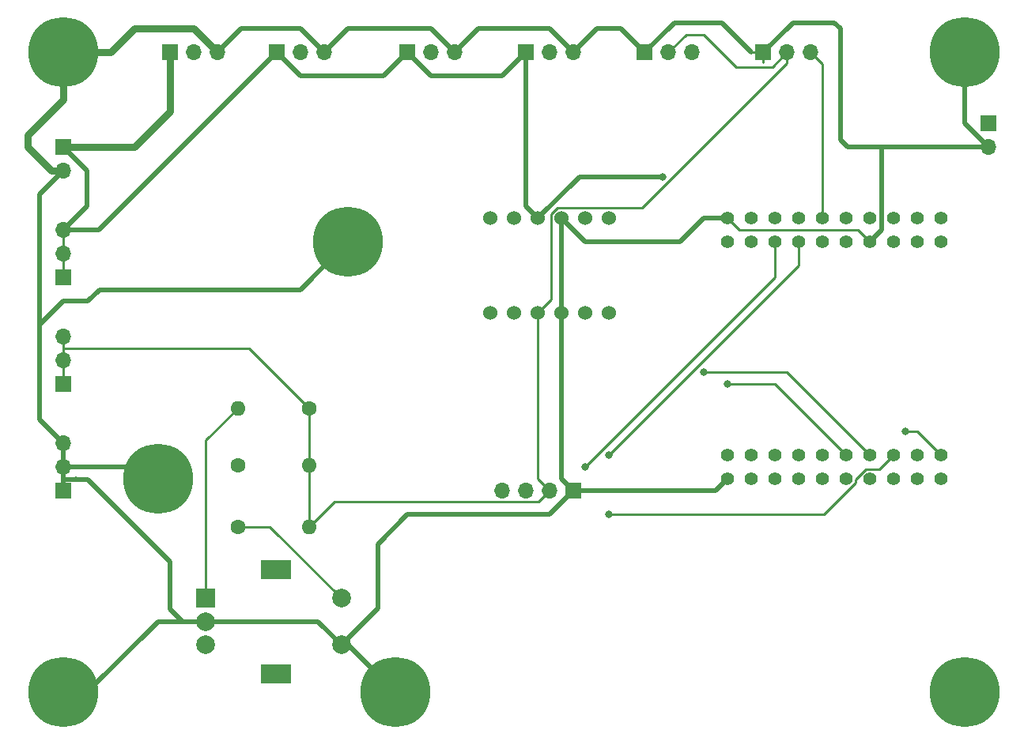
<source format=gbr>
%TF.GenerationSoftware,KiCad,Pcbnew,7.0.6*%
%TF.CreationDate,2025-02-04T21:06:21+01:00*%
%TF.ProjectId,PCB,5043422e-6b69-4636-9164-5f7063625858,rev?*%
%TF.SameCoordinates,Original*%
%TF.FileFunction,Copper,L1,Top*%
%TF.FilePolarity,Positive*%
%FSLAX46Y46*%
G04 Gerber Fmt 4.6, Leading zero omitted, Abs format (unit mm)*
G04 Created by KiCad (PCBNEW 7.0.6) date 2025-02-04 21:06:21*
%MOMM*%
%LPD*%
G01*
G04 APERTURE LIST*
%TA.AperFunction,ComponentPad*%
%ADD10C,7.500000*%
%TD*%
%TA.AperFunction,ComponentPad*%
%ADD11R,1.700000X1.700000*%
%TD*%
%TA.AperFunction,ComponentPad*%
%ADD12O,1.700000X1.700000*%
%TD*%
%TA.AperFunction,ComponentPad*%
%ADD13R,2.000000X2.000000*%
%TD*%
%TA.AperFunction,ComponentPad*%
%ADD14C,2.000000*%
%TD*%
%TA.AperFunction,ComponentPad*%
%ADD15R,3.200000X2.000000*%
%TD*%
%TA.AperFunction,ComponentPad*%
%ADD16C,1.600000*%
%TD*%
%TA.AperFunction,ComponentPad*%
%ADD17O,1.600000X1.600000*%
%TD*%
%TA.AperFunction,ComponentPad*%
%ADD18C,1.400000*%
%TD*%
%TA.AperFunction,ComponentPad*%
%ADD19C,1.524000*%
%TD*%
%TA.AperFunction,ViaPad*%
%ADD20C,0.800000*%
%TD*%
%TA.AperFunction,Conductor*%
%ADD21C,0.750000*%
%TD*%
%TA.AperFunction,Conductor*%
%ADD22C,0.500000*%
%TD*%
%TA.AperFunction,Conductor*%
%ADD23C,0.250000*%
%TD*%
G04 APERTURE END LIST*
D10*
%TO.P,,1*%
%TO.N,GND*%
X119380000Y-111760000D03*
%TD*%
%TO.P,,1*%
%TO.N,GND*%
X139700000Y-86360000D03*
%TD*%
D11*
%TO.P,J6,1,Pin_1*%
%TO.N,5VCC*%
X158750000Y-66040000D03*
D12*
%TO.P,J6,2,Pin_2*%
%TO.N,Net-(J6-Pin_2)*%
X161290000Y-66040000D03*
%TO.P,J6,3,Pin_3*%
%TO.N,GND*%
X163830000Y-66040000D03*
%TD*%
D11*
%TO.P,J5,1,Pin_1*%
%TO.N,5VCC*%
X146050000Y-66040000D03*
D12*
%TO.P,J5,2,Pin_2*%
%TO.N,Net-(J5-Pin_2)*%
X148590000Y-66040000D03*
%TO.P,J5,3,Pin_3*%
%TO.N,GND*%
X151130000Y-66040000D03*
%TD*%
D13*
%TO.P,SW1,A,A*%
%TO.N,Net-(U1-IO_10{slash}SD3)*%
X124460000Y-124540000D03*
D14*
%TO.P,SW1,B,B*%
%TO.N,Net-(U1-IO_13{slash}TCK)*%
X124460000Y-129540000D03*
%TO.P,SW1,C,C*%
%TO.N,GND*%
X124460000Y-127040000D03*
D15*
%TO.P,SW1,MP*%
%TO.N,N/C*%
X131960000Y-121440000D03*
X131960000Y-132640000D03*
D14*
%TO.P,SW1,S1,S1*%
%TO.N,GND*%
X138960000Y-129540000D03*
%TO.P,SW1,S2,S2*%
%TO.N,Net-(U1-IO_26{slash}D0)*%
X138960000Y-124540000D03*
%TD*%
D10*
%TO.P,,1*%
%TO.N,GND*%
X205740000Y-66040000D03*
%TD*%
%TO.P,REF\u002A\u002A,1*%
%TO.N,GND*%
X119380000Y-111760000D03*
%TD*%
D16*
%TO.P,R1,1*%
%TO.N,3V3*%
X135520000Y-104180000D03*
D17*
%TO.P,R1,2*%
%TO.N,Net-(U1-IO_10{slash}SD3)*%
X127900000Y-104180000D03*
%TD*%
D16*
%TO.P,R2,1*%
%TO.N,Net-(U1-IO_13{slash}TCK)*%
X127900000Y-110290000D03*
D17*
%TO.P,R2,2*%
%TO.N,3V3*%
X135520000Y-110290000D03*
%TD*%
D10*
%TO.P,,1*%
%TO.N,GND*%
X144780000Y-134620000D03*
%TD*%
D11*
%TO.P,J4,1,Pin_1*%
%TO.N,Net-(J4-Pin_1)*%
X208280000Y-73660000D03*
D12*
%TO.P,J4,2,Pin_2*%
%TO.N,GND*%
X208280000Y-76200000D03*
%TD*%
D10*
%TO.P,,1*%
%TO.N,GND*%
X205740000Y-134620000D03*
%TD*%
%TO.P,REF\u002A\u002A,1*%
%TO.N,GND*%
X139700000Y-86360000D03*
%TD*%
D11*
%TO.P,J7,1,Pin_1*%
%TO.N,GND*%
X171450000Y-66040000D03*
D12*
%TO.P,J7,2,Pin_2*%
%TO.N,3V3*%
X173990000Y-66040000D03*
%TO.P,J7,3,Pin_3*%
%TO.N,Net-(J7-Pin_3)*%
X176530000Y-66040000D03*
%TD*%
D18*
%TO.P,U1,40,CLK*%
%TO.N,unconnected-(U1-CLK-Pad40)*%
X203200000Y-83820000D03*
%TO.P,U1,39,SD0*%
%TO.N,unconnected-(U1-SD0-Pad39)*%
X203200000Y-86360000D03*
%TO.P,U1,38,SD1*%
%TO.N,unconnected-(U1-SD1-Pad38)*%
X200660000Y-83820000D03*
%TO.P,U1,37,TD0*%
%TO.N,unconnected-(U1-TD0-Pad37)*%
X200660000Y-86360000D03*
%TO.P,U1,36,IO_02*%
%TO.N,unconnected-(U1-IO_02-Pad36)*%
X198120000Y-83820000D03*
%TO.P,U1,35,VCC_(USB)*%
%TO.N,5VCC*%
X198120000Y-86360000D03*
%TO.P,U1,34,IO_00*%
%TO.N,unconnected-(U1-IO_00-Pad34)*%
X195580000Y-83820000D03*
%TO.P,U1,33,GND*%
%TO.N,GND*%
X195580000Y-86360000D03*
%TO.P,U1,32,IO_04*%
%TO.N,unconnected-(U1-IO_04-Pad32)*%
X193040000Y-83820000D03*
%TO.P,U1,31,IO_16/D4*%
%TO.N,unconnected-(U1-IO_16{slash}D4-Pad31)*%
X193040000Y-86360000D03*
%TO.P,U1,30,IO_12/TDI*%
%TO.N,Net-(J8-Pin_3)*%
X190500000Y-83820000D03*
%TO.P,U1,29,IO_17/D3*%
%TO.N,Net-(U1-IO_17{slash}D3)*%
X190500000Y-86360000D03*
%TO.P,U1,28,IO_32*%
%TO.N,unconnected-(U1-IO_32-Pad28)*%
X187960000Y-83820000D03*
%TO.P,U1,27,IO_21/D2/SDA*%
%TO.N,Net-(J3-Pin_4)*%
X187960000Y-86360000D03*
%TO.P,U1,26,IO_25*%
%TO.N,Net-(U1-IO_25)*%
X185420000Y-83820000D03*
%TO.P,U1,25,IO_22/D1/SCL*%
%TO.N,Net-(J3-Pin_3)*%
X185420000Y-86360000D03*
%TO.P,U1,24,IO_27*%
%TO.N,unconnected-(U1-IO_27-Pad24)*%
X182880000Y-83820000D03*
%TO.P,U1,23,RXD*%
%TO.N,unconnected-(U1-RXD-Pad23)*%
X182880000Y-86360000D03*
%TO.P,U1,22,GND*%
%TO.N,GND*%
X180340000Y-83820000D03*
%TO.P,U1,21,TXD*%
%TO.N,unconnected-(U1-TXD-Pad21)*%
X180340000Y-86360000D03*
%TO.P,U1,20,IO_10/SD3*%
%TO.N,Net-(U1-IO_10{slash}SD3)*%
X203200000Y-109220000D03*
%TO.P,U1,19,CMD*%
%TO.N,unconnected-(U1-CMD-Pad19)*%
X203200000Y-111760000D03*
%TO.P,U1,18,IO_13/TCK*%
%TO.N,Net-(U1-IO_13{slash}TCK)*%
X200660000Y-109220000D03*
%TO.P,U1,17,IO_09/SD2*%
%TO.N,Net-(J7-Pin_3)*%
X200660000Y-111760000D03*
%TO.P,U1,16,3V3*%
%TO.N,3V3*%
X198120000Y-109220000D03*
%TO.P,U1,15,NC*%
%TO.N,unconnected-(U1-NC-Pad15)*%
X198120000Y-111760000D03*
%TO.P,U1,14,IO_05/D8*%
%TO.N,Net-(U1-IO_05{slash}D8)*%
X195580000Y-109220000D03*
%TO.P,U1,13,IO_14/TMS*%
%TO.N,unconnected-(U1-IO_14{slash}TMS-Pad13)*%
X195580000Y-111760000D03*
%TO.P,U1,12,IO_23/D7*%
%TO.N,Net-(U1-IO_23{slash}D7)*%
X193040000Y-109220000D03*
%TO.P,U1,11,IO_34*%
%TO.N,unconnected-(U1-IO_34-Pad11)*%
X193040000Y-111760000D03*
%TO.P,U1,10,IO_19/D6*%
%TO.N,unconnected-(U1-IO_19{slash}D6-Pad10)*%
X190500000Y-109220000D03*
%TO.P,U1,9,IO_33*%
%TO.N,unconnected-(U1-IO_33-Pad9)*%
X190500000Y-111760000D03*
%TO.P,U1,8,IO_18/D5*%
%TO.N,unconnected-(U1-IO_18{slash}D5-Pad8)*%
X187960000Y-109220000D03*
%TO.P,U1,7,IO_35*%
%TO.N,unconnected-(U1-IO_35-Pad7)*%
X187960000Y-111760000D03*
%TO.P,U1,6,IO_26/D0*%
%TO.N,Net-(U1-IO_26{slash}D0)*%
X185420000Y-109220000D03*
%TO.P,U1,5,IO_39/SVN*%
%TO.N,unconnected-(U1-IO_39{slash}SVN-Pad5)*%
X185420000Y-111760000D03*
%TO.P,U1,4,IO_36/SVP/A0*%
%TO.N,unconnected-(U1-IO_36{slash}SVP{slash}A0-Pad4)*%
X182880000Y-109220000D03*
%TO.P,U1,3,NC*%
%TO.N,unconnected-(U1-NC-Pad3)*%
X182880000Y-111760000D03*
%TO.P,U1,2,RST*%
%TO.N,Net-(J4-Pin_1)*%
X180340000Y-109220000D03*
%TO.P,U1,1,GND*%
%TO.N,GND*%
X180340000Y-111760000D03*
%TD*%
D11*
%TO.P,J9,1,Pin_1*%
%TO.N,GND*%
X109220000Y-113030000D03*
D12*
%TO.P,J9,2,Pin_2*%
X109220000Y-110490000D03*
%TO.P,J9,3,Pin_3*%
X109220000Y-107950000D03*
%TD*%
D19*
%TO.P,U2,1,LV1*%
%TO.N,Net-(U1-IO_05{slash}D8)*%
X154940000Y-93980000D03*
%TO.P,U2,2,LV2*%
%TO.N,Net-(U1-IO_17{slash}D3)*%
X157480000Y-93980000D03*
%TO.P,U2,3,LV*%
%TO.N,3V3*%
X160020000Y-93980000D03*
%TO.P,U2,4,GND*%
%TO.N,GND*%
X162560000Y-93980000D03*
%TO.P,U2,5,LV3*%
%TO.N,Net-(U1-IO_23{slash}D7)*%
X165100000Y-93980000D03*
%TO.P,U2,6,LV4*%
%TO.N,Net-(U1-IO_25)*%
X167640000Y-93980000D03*
%TO.P,U2,7,HV1*%
%TO.N,Net-(J1-Pin_2)*%
X154940000Y-83820000D03*
%TO.P,U2,8,HV2*%
%TO.N,Net-(J2-Pin_2)*%
X157480000Y-83820000D03*
%TO.P,U2,9,HV*%
%TO.N,5VCC*%
X160020000Y-83820000D03*
%TO.P,U2,10,GND*%
%TO.N,GND*%
X162560000Y-83820000D03*
%TO.P,U2,11,HV3*%
%TO.N,Net-(J5-Pin_2)*%
X165100000Y-83820000D03*
%TO.P,U2,12,HV4*%
%TO.N,Net-(J6-Pin_2)*%
X167640000Y-83820000D03*
%TD*%
D16*
%TO.P,R3,1*%
%TO.N,Net-(U1-IO_26{slash}D0)*%
X127900000Y-116880000D03*
D17*
%TO.P,R3,2*%
%TO.N,3V3*%
X135520000Y-116880000D03*
%TD*%
D11*
%TO.P,J11,1,Pin_1*%
%TO.N,5VCC*%
X109220000Y-90170000D03*
D12*
%TO.P,J11,2,Pin_2*%
X109220000Y-87630000D03*
%TO.P,J11,3,Pin_3*%
X109220000Y-85090000D03*
%TD*%
D10*
%TO.P,REF\u002A\u002A,1*%
%TO.N,GND*%
X109220000Y-66040000D03*
%TD*%
D11*
%TO.P,J8,1,Pin_1*%
%TO.N,GND*%
X184165000Y-66040000D03*
D12*
%TO.P,J8,2,Pin_2*%
%TO.N,3V3*%
X186705000Y-66040000D03*
%TO.P,J8,3,Pin_3*%
%TO.N,Net-(J8-Pin_3)*%
X189245000Y-66040000D03*
%TD*%
D11*
%TO.P,J2,1,Pin_1*%
%TO.N,5VCC*%
X132080000Y-66040000D03*
D12*
%TO.P,J2,2,Pin_2*%
%TO.N,Net-(J2-Pin_2)*%
X134620000Y-66040000D03*
%TO.P,J2,3,Pin_3*%
%TO.N,GND*%
X137160000Y-66040000D03*
%TD*%
D11*
%TO.P,J1,1,Pin_1*%
%TO.N,5VCC*%
X120650000Y-66040000D03*
D12*
%TO.P,J1,2,Pin_2*%
%TO.N,Net-(J1-Pin_2)*%
X123190000Y-66040000D03*
%TO.P,J1,3,Pin_3*%
%TO.N,GND*%
X125730000Y-66040000D03*
%TD*%
D11*
%TO.P,J0,1,Pin_1*%
%TO.N,5VCC*%
X109220000Y-76200000D03*
D12*
%TO.P,J0,2,Pin_2*%
%TO.N,GND*%
X109220000Y-78740000D03*
%TD*%
D11*
%TO.P,J10,1,Pin_1*%
%TO.N,3V3*%
X109220000Y-101600000D03*
D12*
%TO.P,J10,2,Pin_2*%
X109220000Y-99060000D03*
%TO.P,J10,3,Pin_3*%
X109220000Y-96520000D03*
%TD*%
D10*
%TO.P,REF\u002A\u002A,1*%
%TO.N,GND*%
X144780000Y-134620000D03*
%TD*%
D11*
%TO.P,J3,1,Pin_1*%
%TO.N,GND*%
X163820000Y-113030000D03*
D12*
%TO.P,J3,2,Pin_2*%
%TO.N,3V3*%
X161280000Y-113030000D03*
%TO.P,J3,3,Pin_3*%
%TO.N,Net-(J3-Pin_3)*%
X158740000Y-113030000D03*
%TO.P,J3,4,Pin_4*%
%TO.N,Net-(J3-Pin_4)*%
X156200000Y-113030000D03*
%TD*%
D10*
%TO.P,,1*%
%TO.N,GND*%
X109220000Y-66040000D03*
%TD*%
%TO.P,REF\u002A\u002A,1*%
%TO.N,GND*%
X109220000Y-134620000D03*
%TD*%
%TO.P,REF\u002A\u002A,1*%
%TO.N,GND*%
X205740000Y-66040000D03*
%TD*%
D20*
%TO.N,5VCC*%
X173355000Y-79375000D03*
%TO.N,3V3*%
X167640000Y-115570000D03*
%TO.N,Net-(J3-Pin_3)*%
X165100000Y-110490000D03*
%TO.N,Net-(J3-Pin_4)*%
X167640000Y-109220000D03*
%TO.N,Net-(U1-IO_10{slash}SD3)*%
X199390000Y-106680000D03*
%TO.N,Net-(U1-IO_23{slash}D7)*%
X180340000Y-101600000D03*
%TO.N,Net-(U1-IO_05{slash}D8)*%
X177800000Y-100330000D03*
%TD*%
D21*
%TO.N,GND*%
X107950000Y-78740000D02*
X109220000Y-78740000D01*
X105410000Y-76200000D02*
X107950000Y-78740000D01*
X114300000Y-66040000D02*
X109220000Y-66040000D01*
X109220000Y-66040000D02*
X109220000Y-71120000D01*
X116840000Y-63500000D02*
X114300000Y-66040000D01*
X105410000Y-74930000D02*
X105410000Y-76200000D01*
X123190000Y-63500000D02*
X116840000Y-63500000D01*
X109220000Y-71120000D02*
X105410000Y-74930000D01*
X125730000Y-66040000D02*
X123190000Y-63500000D01*
D22*
X205740000Y-73660000D02*
X208280000Y-76200000D01*
X205740000Y-66040000D02*
X205740000Y-73660000D01*
X144780000Y-134620000D02*
X139700000Y-129540000D01*
X139700000Y-129540000D02*
X138960000Y-129540000D01*
X119340000Y-127040000D02*
X124460000Y-127040000D01*
X111760000Y-134620000D02*
X119340000Y-127040000D01*
X109220000Y-134620000D02*
X111760000Y-134620000D01*
%TO.N,5VCC*%
X158750000Y-82550000D02*
X160020000Y-83820000D01*
X164465000Y-79375000D02*
X173355000Y-79375000D01*
D23*
X109220000Y-87630000D02*
X109220000Y-90170000D01*
D22*
X160020000Y-83820000D02*
X164465000Y-79375000D01*
X148590000Y-68580000D02*
X156210000Y-68580000D01*
X109220000Y-85090000D02*
X113030000Y-85090000D01*
X111760000Y-78740000D02*
X111760000Y-82550000D01*
X111760000Y-82550000D02*
X109220000Y-85090000D01*
X132080000Y-66040000D02*
X134620000Y-68580000D01*
X146050000Y-66040000D02*
X148590000Y-68580000D01*
D21*
X109220000Y-76200000D02*
X116840000Y-76200000D01*
D22*
X158750000Y-66040000D02*
X158750000Y-82550000D01*
D21*
X116840000Y-76200000D02*
X120650000Y-72390000D01*
D23*
X109220000Y-85090000D02*
X109220000Y-87630000D01*
D22*
X109220000Y-76200000D02*
X111760000Y-78740000D01*
X143510000Y-68580000D02*
X146050000Y-66040000D01*
X156210000Y-68580000D02*
X158750000Y-66040000D01*
D21*
X120650000Y-72390000D02*
X120650000Y-66040000D01*
D22*
X113030000Y-85090000D02*
X132080000Y-66040000D01*
X134620000Y-68580000D02*
X143510000Y-68580000D01*
%TO.N,GND*%
X171450000Y-66040000D02*
X168910000Y-63500000D01*
X196850000Y-76200000D02*
X208280000Y-76200000D01*
X109220000Y-110490000D02*
X109220000Y-107950000D01*
X120650000Y-125730000D02*
X120650000Y-120650000D01*
D23*
X163820000Y-113030000D02*
X163820000Y-113040000D01*
D22*
X106680000Y-105410000D02*
X109220000Y-107950000D01*
X113060000Y-91470000D02*
X111820000Y-92710000D01*
X134590000Y-91470000D02*
X113060000Y-91470000D01*
X110490000Y-111800000D02*
X109220000Y-111800000D01*
X162560000Y-111770000D02*
X163820000Y-113030000D01*
X179705000Y-62865000D02*
X174625000Y-62865000D01*
X193225000Y-76200000D02*
X196850000Y-76200000D01*
X163830000Y-66040000D02*
X161290000Y-63500000D01*
X142875000Y-118745000D02*
X142875000Y-125625000D01*
X124460000Y-127040000D02*
X121960000Y-127040000D01*
X146050000Y-115570000D02*
X142875000Y-118745000D01*
X111800000Y-111800000D02*
X110490000Y-111800000D01*
X109220000Y-78740000D02*
X106680000Y-81280000D01*
X120650000Y-120650000D02*
X111800000Y-111800000D01*
X174625000Y-62865000D02*
X171450000Y-66040000D01*
X192405000Y-63500000D02*
X191770000Y-62865000D01*
X128270000Y-63500000D02*
X125730000Y-66040000D01*
X161290000Y-63500000D02*
X153670000Y-63500000D01*
X110530000Y-111760000D02*
X110490000Y-111800000D01*
X106680000Y-81280000D02*
X106680000Y-95250000D01*
D23*
X184165000Y-66040000D02*
X182880000Y-66040000D01*
D22*
X162560000Y-93980000D02*
X162560000Y-111770000D01*
X196850000Y-85090000D02*
X196850000Y-76200000D01*
X182880000Y-66040000D02*
X179705000Y-62865000D01*
X151130000Y-66040000D02*
X148590000Y-63500000D01*
X138960000Y-129540000D02*
X136460000Y-127040000D01*
X142875000Y-125625000D02*
X138960000Y-129540000D01*
X165100000Y-86360000D02*
X162560000Y-83820000D01*
X180340000Y-83820000D02*
X177800000Y-83820000D01*
X148590000Y-63500000D02*
X139700000Y-63500000D01*
X139700000Y-86360000D02*
X134590000Y-91470000D01*
X195580000Y-86360000D02*
X196850000Y-85090000D01*
X168910000Y-63500000D02*
X166370000Y-63500000D01*
X137160000Y-66040000D02*
X134620000Y-63500000D01*
X136460000Y-127040000D02*
X124460000Y-127040000D01*
X109220000Y-110490000D02*
X118110000Y-110490000D01*
X161290000Y-115570000D02*
X146050000Y-115570000D01*
X162560000Y-83820000D02*
X162560000Y-93980000D01*
X118110000Y-110490000D02*
X119380000Y-111760000D01*
X192405000Y-75380000D02*
X192405000Y-63500000D01*
X111820000Y-92710000D02*
X109220000Y-92710000D01*
X175260000Y-86360000D02*
X165100000Y-86360000D01*
X191770000Y-62865000D02*
X187340000Y-62865000D01*
X153670000Y-63500000D02*
X151130000Y-66040000D01*
X177800000Y-83820000D02*
X175260000Y-86360000D01*
D23*
X194310000Y-85090000D02*
X181610000Y-85090000D01*
D22*
X106680000Y-95250000D02*
X106680000Y-105410000D01*
X166370000Y-63500000D02*
X163830000Y-66040000D01*
X179070000Y-113030000D02*
X180340000Y-111760000D01*
X163820000Y-113030000D02*
X179070000Y-113030000D01*
X187340000Y-62865000D02*
X184165000Y-66040000D01*
X109220000Y-92710000D02*
X106680000Y-95250000D01*
D23*
X195580000Y-86360000D02*
X194310000Y-85090000D01*
D22*
X134620000Y-63500000D02*
X128270000Y-63500000D01*
D23*
X184165000Y-66040000D02*
X184165000Y-67140000D01*
D22*
X193225000Y-76200000D02*
X192405000Y-75380000D01*
X139700000Y-63500000D02*
X137160000Y-66040000D01*
X163820000Y-113040000D02*
X161290000Y-115570000D01*
D23*
X181610000Y-85090000D02*
X180340000Y-83820000D01*
D22*
X121960000Y-127040000D02*
X120650000Y-125730000D01*
X109220000Y-113030000D02*
X109220000Y-110490000D01*
D23*
%TO.N,3V3*%
X129130000Y-97790000D02*
X109220000Y-97790000D01*
X161473000Y-83369749D02*
X161473000Y-92527000D01*
X198120000Y-109220000D02*
X196605000Y-110735000D01*
X190679569Y-115570000D02*
X167640000Y-115570000D01*
X177800000Y-64135000D02*
X175895000Y-64135000D01*
X160020000Y-111770000D02*
X161280000Y-113030000D01*
X109220000Y-99060000D02*
X109220000Y-96520000D01*
X161473000Y-92527000D02*
X160020000Y-93980000D01*
X175895000Y-64135000D02*
X173990000Y-66040000D01*
X196605000Y-110735000D02*
X195155431Y-110735000D01*
X186705000Y-66040000D02*
X186705000Y-67242081D01*
X160020000Y-93980000D02*
X160020000Y-111770000D01*
X186705000Y-67242081D02*
X171214081Y-82733000D01*
X135520000Y-104180000D02*
X129130000Y-97790000D01*
X181255000Y-67590000D02*
X177800000Y-64135000D01*
X162109749Y-82733000D02*
X161473000Y-83369749D01*
X161280000Y-113030000D02*
X160105000Y-114205000D01*
X138195000Y-114205000D02*
X135520000Y-116880000D01*
X109220000Y-101600000D02*
X109220000Y-99060000D01*
X194065000Y-111825431D02*
X194065000Y-112184569D01*
X194065000Y-112184569D02*
X190679569Y-115570000D01*
X171214081Y-82733000D02*
X162109749Y-82733000D01*
X195155431Y-110735000D02*
X194065000Y-111825431D01*
X135520000Y-116880000D02*
X135520000Y-110290000D01*
X186705000Y-66040000D02*
X185155000Y-67590000D01*
X185155000Y-67590000D02*
X181255000Y-67590000D01*
X160105000Y-114205000D02*
X138195000Y-114205000D01*
X135520000Y-110290000D02*
X135520000Y-104180000D01*
%TO.N,Net-(J3-Pin_3)*%
X165100000Y-110490000D02*
X185420000Y-90170000D01*
X185420000Y-90170000D02*
X185420000Y-86360000D01*
%TO.N,Net-(J3-Pin_4)*%
X187960000Y-88900000D02*
X187960000Y-86360000D01*
X167640000Y-109220000D02*
X187960000Y-88900000D01*
%TO.N,Net-(J8-Pin_3)*%
X189245000Y-66040000D02*
X190500000Y-67295000D01*
X190500000Y-67295000D02*
X190500000Y-83820000D01*
%TO.N,Net-(U1-IO_10{slash}SD3)*%
X199390000Y-106680000D02*
X200660000Y-106680000D01*
X200660000Y-106680000D02*
X203200000Y-109220000D01*
X124460000Y-107620000D02*
X124460000Y-124540000D01*
X127900000Y-104180000D02*
X124460000Y-107620000D01*
%TO.N,Net-(U1-IO_26{slash}D0)*%
X131300000Y-116880000D02*
X138960000Y-124540000D01*
X127900000Y-116880000D02*
X131300000Y-116880000D01*
%TO.N,Net-(U1-IO_23{slash}D7)*%
X180340000Y-101600000D02*
X185420000Y-101600000D01*
X185420000Y-101600000D02*
X193040000Y-109220000D01*
%TO.N,Net-(U1-IO_05{slash}D8)*%
X195580000Y-109220000D02*
X186690000Y-100330000D01*
X186690000Y-100330000D02*
X177800000Y-100330000D01*
%TD*%
M02*

</source>
